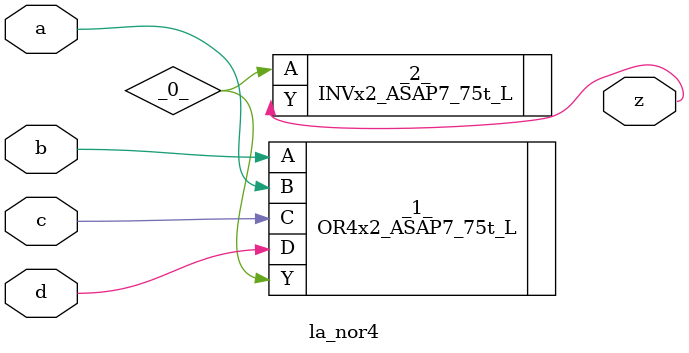
<source format=v>
/* Generated by Yosys 0.37 (git sha1 a5c7f69ed, clang 14.0.0-1ubuntu1.1 -fPIC -Os) */

module la_nor4(a, b, c, d, z);
  wire _0_;
  input a;
  wire a;
  input b;
  wire b;
  input c;
  wire c;
  input d;
  wire d;
  output z;
  wire z;
  OR4x2_ASAP7_75t_L _1_ (
    .A(b),
    .B(a),
    .C(c),
    .D(d),
    .Y(_0_)
  );
  INVx2_ASAP7_75t_L _2_ (
    .A(_0_),
    .Y(z)
  );
endmodule

</source>
